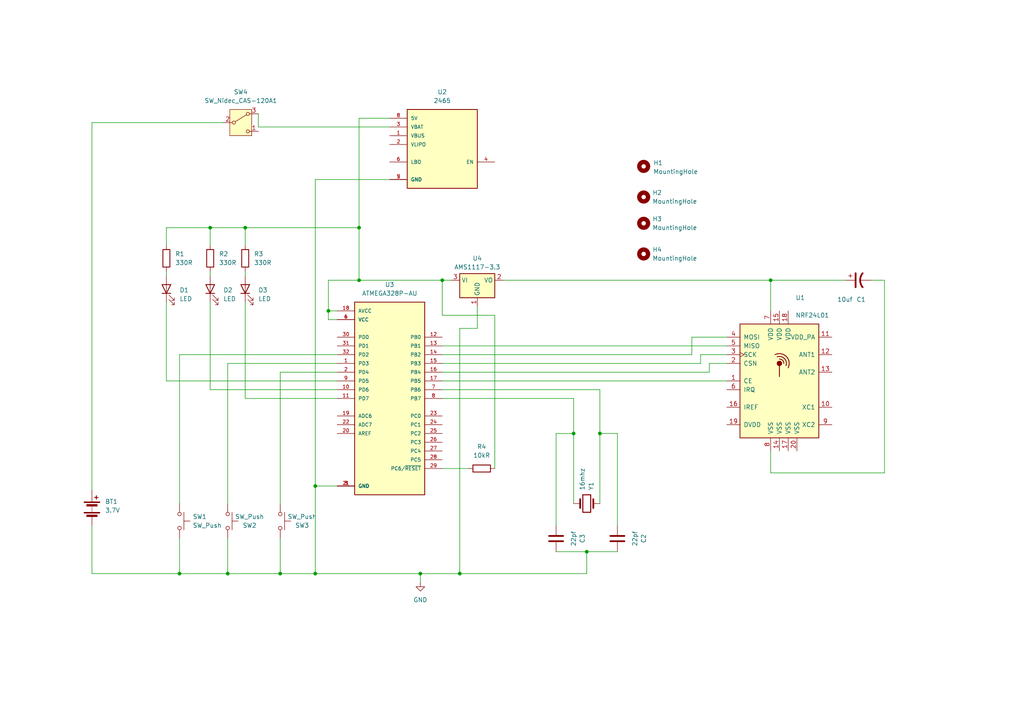
<source format=kicad_sch>
(kicad_sch (version 20250114) (generator "eeschema") (generator_version "9.0")
  (paper "A4")
  (lib_symbols
    (symbol "2465:2465" (pin_names (offset 1.016))
      (property "Reference" "U" (at -10.16 10.795 0))
      (property "Value" "2465" (at -10.16 -15.24 0))
      (symbol "2465_0_0"
        (rectangle (start -10.16 -12.7) (end 10.16 10.16) (stroke (width 0.254)) (fill (type background)))
        (pin input line (at -15.24 -5.08 0) (length 5.08) (name "EN") (number "4"))
        (pin power_in line (at 15.24 7.62 180) (length 5.08) (name "5V") (number "8"))
        (pin power_in line (at 15.24 5.08 180) (length 5.08) (name "VBAT") (number "3"))
        (pin power_in line (at 15.24 2.54 180) (length 5.08) (name "VBUS") (number "1"))
        (pin power_in line (at 15.24 0 180) (length 5.08) (name "VLIPO") (number "2"))
        (pin output line (at 15.24 -5.08 180) (length 5.08) (name "LBO") (number "6"))
        (pin power_in line (at 15.24 -10.16 180) (length 5.08) (name "GND") (number "5"))
        (pin power_in line (at 15.24 -10.16 180) (length 5.08) (name "GND") (number "7"))
      )
    )
    (symbol "ATMEGA328P-AU:ATMEGA328P-AU" (pin_names (offset 1.016))
      (property "Reference" "U" (at -10.1755 29.2546 0))
      (property "Value" "ATMEGA328P-AU" (at -10.1669 -31.7714 0))
      (symbol "ATMEGA328P-AU_0_0"
        (rectangle (start -10.16 -27.94) (end 10.16 27.94) (stroke (width 0.254)) (fill (type background)))
        (pin bidirectional line (at -15.24 17.78 0) (length 5.08) (name "PB0") (number "12"))
        (pin bidirectional line (at -15.24 15.24 0) (length 5.08) (name "PB1") (number "13"))
        (pin bidirectional line (at -15.24 12.7 0) (length 5.08) (name "PB2") (number "14"))
        (pin bidirectional line (at -15.24 10.16 0) (length 5.08) (name "PB3") (number "15"))
        (pin bidirectional line (at -15.24 7.62 0) (length 5.08) (name "PB4") (number "16"))
        (pin bidirectional line (at -15.24 5.08 0) (length 5.08) (name "PB5") (number "17"))
        (pin bidirectional line (at -15.24 2.54 0) (length 5.08) (name "PB6") (number "7"))
        (pin bidirectional line (at -15.24 0 0) (length 5.08) (name "PB7") (number "8"))
        (pin bidirectional line (at -15.24 -5.08 0) (length 5.08) (name "PC0") (number "23"))
        (pin bidirectional line (at -15.24 -7.62 0) (length 5.08) (name "PC1") (number "24"))
        (pin bidirectional line (at -15.24 -10.16 0) (length 5.08) (name "PC2") (number "25"))
        (pin bidirectional line (at -15.24 -12.7 0) (length 5.08) (name "PC3") (number "26"))
        (pin bidirectional line (at -15.24 -15.24 0) (length 5.08) (name "PC4") (number "27"))
        (pin bidirectional line (at -15.24 -17.78 0) (length 5.08) (name "PC5") (number "28"))
        (pin bidirectional line (at -15.24 -20.32 0) (length 5.08) (name "PC6/~{RESET}") (number "29"))
        (pin power_in line (at 15.24 25.4 180) (length 5.08) (name "AVCC") (number "18"))
        (pin power_in line (at 15.24 22.86 180) (length 5.08) (name "VCC") (number "4"))
        (pin power_in line (at 15.24 22.86 180) (length 5.08) (name "VCC") (number "6"))
        (pin bidirectional line (at 15.24 17.78 180) (length 5.08) (name "PD0") (number "30"))
        (pin bidirectional line (at 15.24 15.24 180) (length 5.08) (name "PD1") (number "31"))
        (pin bidirectional line (at 15.24 12.7 180) (length 5.08) (name "PD2") (number "32"))
        (pin bidirectional line (at 15.24 10.16 180) (length 5.08) (name "PD3") (number "1"))
        (pin bidirectional line (at 15.24 7.62 180) (length 5.08) (name "PD4") (number "2"))
        (pin bidirectional line (at 15.24 5.08 180) (length 5.08) (name "PD5") (number "9"))
        (pin bidirectional line (at 15.24 2.54 180) (length 5.08) (name "PD6") (number "10"))
        (pin bidirectional line (at 15.24 0 180) (length 5.08) (name "PD7") (number "11"))
        (pin bidirectional line (at 15.24 -5.08 180) (length 5.08) (name "ADC6") (number "19"))
        (pin bidirectional line (at 15.24 -7.62 180) (length 5.08) (name "ADC7") (number "22"))
        (pin input line (at 15.24 -10.16 180) (length 5.08) (name "AREF") (number "20"))
        (pin power_in line (at 15.24 -25.4 180) (length 5.08) (name "GND") (number "21"))
        (pin power_in line (at 15.24 -25.4 180) (length 5.08) (name "GND") (number "3"))
        (pin power_in line (at 15.24 -25.4 180) (length 5.08) (name "GND") (number "5"))
      )
    )
    (symbol "Device:Battery" (pin_numbers (hide yes)) (pin_names (offset 0) (hide yes))
      (property "Reference" "BT" (at 2.54 2.54 0))
      (property "Value" "Battery" (at 2.54 0 0))
      (symbol "Battery_0_1"
        (rectangle (start -2.286 1.778) (end 2.286 1.524) (fill (type outline)))
        (rectangle (start -2.286 -1.27) (end 2.286 -1.524) (fill (type outline)))
        (rectangle (start -1.524 1.016) (end 1.524 0.508) (fill (type outline)))
        (rectangle (start -1.524 -2.032) (end 1.524 -2.54) (fill (type outline)))
        (polyline (pts (xy 0 1.778) (xy 0 2.54)))
        (polyline (pts (xy 0 0) (xy 0 0.254)))
        (polyline (pts (xy 0 -0.508) (xy 0 -0.254)))
        (polyline (pts (xy 0 -1.016) (xy 0 -0.762)))
        (polyline (pts (xy 0.762 3.048) (xy 1.778 3.048)) (stroke (width 0.254)))
        (polyline (pts (xy 1.27 3.556) (xy 1.27 2.54)) (stroke (width 0.254)))
      )
      (symbol "Battery_1_1"
        (pin passive line (at 0 5.08 270) (length 2.54) (name "+") (number "1"))
        (pin passive line (at 0 -5.08 90) (length 2.54) (name "-") (number "2"))
      )
    )
    (symbol "Device:C" (pin_numbers (hide yes)) (pin_names (offset 0.254))
      (property "Reference" "C" (at 0.635 2.54 0))
      (property "Value" "C" (at 0.635 -2.54 0))
      (symbol "C_0_1"
        (polyline (pts (xy -2.032 0.762) (xy 2.032 0.762)) (stroke (width 0.508)))
        (polyline (pts (xy -2.032 -0.762) (xy 2.032 -0.762)) (stroke (width 0.508)))
      )
      (symbol "C_1_1"
        (pin passive line (at 0 3.81 270) (length 2.794) (name "~") (number "1"))
        (pin passive line (at 0 -3.81 90) (length 2.794) (name "~") (number "2"))
      )
    )
    (symbol "Device:C_Polarized_US" (pin_numbers (hide yes)) (pin_names (offset 0.254) (hide yes))
      (property "Reference" "C" (at 0.635 2.54 0))
      (property "Value" "C_Polarized_US" (at 0.635 -2.54 0))
      (symbol "C_Polarized_US_0_1"
        (polyline (pts (xy -2.032 0.762) (xy 2.032 0.762)) (stroke (width 0.508)))
        (polyline (pts (xy -1.778 2.286) (xy -0.762 2.286)))
        (polyline (pts (xy -1.27 1.778) (xy -1.27 2.794)))
        (arc (start -2.032 -1.27) (mid 0 -0.5572) (end 2.032 -1.27) (stroke (width 0.508)))
      )
      (symbol "C_Polarized_US_1_1"
        (pin passive line (at 0 3.81 270) (length 2.794) (name "~") (number "1"))
        (pin passive line (at 0 -3.81 90) (length 3.302) (name "~") (number "2"))
      )
    )
    (symbol "Device:Crystal" (pin_numbers (hide yes)) (pin_names (offset 1.016) (hide yes))
      (property "Reference" "Y" (at 0 3.81 0))
      (property "Value" "Crystal" (at 0 -3.81 0))
      (symbol "Crystal_0_1"
        (polyline (pts (xy -2.54 0) (xy -1.905 0)))
        (polyline (pts (xy -1.905 -1.27) (xy -1.905 1.27)) (stroke (width 0.508)))
        (rectangle (start -1.143 2.54) (end 1.143 -2.54) (stroke (width 0.3048)))
        (polyline (pts (xy 1.905 -1.27) (xy 1.905 1.27)) (stroke (width 0.508)))
        (polyline (pts (xy 2.54 0) (xy 1.905 0)))
      )
      (symbol "Crystal_1_1"
        (pin passive line (at -3.81 0 0) (length 1.27) (name "1") (number "1"))
        (pin passive line (at 3.81 0 180) (length 1.27) (name "2") (number "2"))
      )
    )
    (symbol "Device:LED" (pin_numbers (hide yes)) (pin_names (offset 1.016) (hide yes))
      (property "Reference" "D" (at 0 2.54 0))
      (property "Value" "LED" (at 0 -2.54 0))
      (symbol "LED_0_1"
        (polyline (pts (xy -3.048 -0.762) (xy -4.572 -2.286) (xy -3.81 -2.286) (xy -4.572 -2.286) (xy -4.572 -1.524)))
        (polyline (pts (xy -1.778 -0.762) (xy -3.302 -2.286) (xy -2.54 -2.286) (xy -3.302 -2.286) (xy -3.302 -1.524)))
        (polyline (pts (xy -1.27 0) (xy 1.27 0)))
        (polyline (pts (xy -1.27 -1.27) (xy -1.27 1.27)) (stroke (width 0.254)))
        (polyline (pts (xy 1.27 -1.27) (xy 1.27 1.27) (xy -1.27 0) (xy 1.27 -1.27)) (stroke (width 0.254)))
      )
      (symbol "LED_1_1"
        (pin passive line (at -3.81 0 0) (length 2.54) (name "K") (number "1"))
        (pin passive line (at 3.81 0 180) (length 2.54) (name "A") (number "2"))
      )
    )
    (symbol "Device:R" (pin_numbers (hide yes)) (pin_names (offset 0))
      (property "Reference" "R" (at 2.032 0 90))
      (property "Value" "R" (at 0 0 90))
      (symbol "R_0_1"
        (rectangle (start -1.016 -2.54) (end 1.016 2.54) (stroke (width 0.254)))
      )
      (symbol "R_1_1"
        (pin passive line (at 0 3.81 270) (length 1.27) (name "~") (number "1"))
        (pin passive line (at 0 -3.81 90) (length 1.27) (name "~") (number "2"))
      )
    )
    (symbol "Mechanical:MountingHole" (pin_names (offset 1.016)) (in_bom no)
      (property "Reference" "H" (at 0 5.08 0))
      (property "Value" "MountingHole" (at 0 3.175 0))
      (symbol "MountingHole_0_1"
        (circle (center 0 0) (radius 1.27) (stroke (width 1.27)))
      )
    )
    (symbol "RF:NRF24L01" (pin_names (offset 1.016))
      (property "Reference" "U" (at -11.43 17.78 0))
      (property "Value" "NRF24L01" (at 5.08 17.78 0))
      (symbol "NRF24L01_0_1"
        (rectangle (start -11.43 16.51) (end 11.43 -16.51) (stroke (width 0.254)) (fill (type background)))
        (arc (start -1.27 7.62) (mid 2.008 7.088) (end 2.54 3.81) (stroke (width 0.254)))
        (circle (center 0 5.08) (radius 0.635) (stroke (width 0.254)) (fill (type outline)))
        (polyline (pts (xy 0 4.445) (xy 0 1.27)) (stroke (width 0.254)))
        (arc (start -0.635 6.985) (mid 1.4383 6.5183) (end 1.905 4.445) (stroke (width 0.254)))
        (arc (start 0 6.35) (mid 0.9108 5.9908) (end 1.27 5.08) (stroke (width 0.254)))
        (rectangle (start 11.43 -13.97) (end 11.43 -13.97))
      )
      (symbol "NRF24L01_1_1"
        (pin input line (at -15.24 12.7 0) (length 3.81) (name "MOSI") (number "4"))
        (pin output line (at -15.24 10.16 0) (length 3.81) (name "MISO") (number "5"))
        (pin input clock (at -15.24 7.62 0) (length 3.81) (name "SCK") (number "3"))
        (pin input line (at -15.24 5.08 0) (length 3.81) (name "CSN") (number "2"))
        (pin input line (at -15.24 0 0) (length 3.81) (name "CE") (number "1"))
        (pin output line (at -15.24 -2.54 0) (length 3.81) (name "IRQ") (number "6"))
        (pin passive line (at -15.24 -7.62 0) (length 3.81) (name "IREF") (number "16"))
        (pin power_out line (at -15.24 -12.7 0) (length 3.81) (name "DVDD") (number "19"))
        (pin power_in line (at -2.54 20.32 270) (length 3.81) (name "VDD") (number "7"))
        (pin power_in line (at -2.54 -20.32 90) (length 3.81) (name "VSS") (number "8"))
        (pin power_in line (at 0 20.32 270) (length 3.81) (name "VDD") (number "15"))
        (pin power_in line (at 0 -20.32 90) (length 3.81) (name "VSS") (number "14"))
        (pin power_in line (at 2.54 20.32 270) (length 3.81) (name "VDD") (number "18"))
        (pin power_in line (at 2.54 -20.32 90) (length 3.81) (name "VSS") (number "17"))
        (pin power_in line (at 5.08 -20.32 90) (length 3.81) (name "VSS") (number "20"))
        (pin power_out line (at 15.24 12.7 180) (length 3.81) (name "VDD_PA") (number "11"))
        (pin passive line (at 15.24 7.62 180) (length 3.81) (name "ANT1") (number "12"))
        (pin passive line (at 15.24 2.54 180) (length 3.81) (name "ANT2") (number "13"))
        (pin passive line (at 15.24 -7.62 180) (length 3.81) (name "XC1") (number "10"))
        (pin passive line (at 15.24 -12.7 180) (length 3.81) (name "XC2") (number "9"))
      )
    )
    (symbol "Regulator_Linear:AMS1117-3.3"
      (property "Reference" "U" (at -3.81 3.175 0))
      (property "Value" "AMS1117-3.3" (at 0 3.175 0))
      (symbol "AMS1117-3.3_0_1"
        (rectangle (start -5.08 -5.08) (end 5.08 1.905) (stroke (width 0.254)) (fill (type background)))
      )
      (symbol "AMS1117-3.3_1_1"
        (pin power_in line (at -7.62 0 0) (length 2.54) (name "VI") (number "3"))
        (pin power_in line (at 0 -7.62 90) (length 2.54) (name "GND") (number "1"))
        (pin power_out line (at 7.62 0 180) (length 2.54) (name "VO") (number "2"))
      )
    )
    (symbol "Switch:SW_Nidec_CAS-120A1" (pin_names (offset 1) (hide yes))
      (property "Reference" "SW" (at 0 4.318 0))
      (property "Value" "SW_Nidec_CAS-120A1" (at 0 -5.08 0))
      (symbol "SW_Nidec_CAS-120A1_0_1"
        (circle (center -2.032 0) (radius 0.4572))
        (polyline (pts (xy -1.651 0.254) (xy 1.651 2.286)))
        (circle (center 2.032 2.54) (radius 0.4572))
        (circle (center 2.032 -2.54) (radius 0.4572))
      )
      (symbol "SW_Nidec_CAS-120A1_1_1"
        (rectangle (start -3.175 3.81) (end 3.175 -3.81) (fill (type background)))
        (pin passive line (at -5.08 0 0) (length 2.54) (name "B") (number "2"))
        (pin passive line (at 5.08 2.54 180) (length 2.54) (name "A") (number "3"))
        (pin passive line (at 5.08 -2.54 180) (length 2.54) (name "C") (number "1"))
      )
    )
    (symbol "Switch:SW_Push" (pin_numbers (hide yes)) (pin_names (offset 1.016) (hide yes))
      (property "Reference" "SW" (at 1.27 2.54 0))
      (property "Value" "SW_Push" (at 0 -1.524 0))
      (symbol "SW_Push_0_1"
        (circle (center -2.032 0) (radius 0.508))
        (polyline (pts (xy 0 1.27) (xy 0 3.048)))
        (circle (center 2.032 0) (radius 0.508))
        (polyline (pts (xy 2.54 1.27) (xy -2.54 1.27)))
        (pin passive line (at -5.08 0 0) (length 2.54) (name "1") (number "1"))
        (pin passive line (at 5.08 0 180) (length 2.54) (name "2") (number "2"))
      )
    )
    (symbol "power:GND" (power) (pin_numbers (hide yes)) (pin_names (offset 0) (hide yes))
      (property "Value" "GND" (at 0 -3.81 0))
      (symbol "GND_0_1"
        (polyline (pts (xy 0 0) (xy 0 -1.27) (xy 1.27 -1.27) (xy 0 -2.54) (xy -1.27 -1.27) (xy 0 -1.27)))
      )
      (symbol "GND_1_1"
        (pin power_in line (at 0 0 270) (length 0) (name "~") (number "1"))
      )
    )
  )
  (junction (at 121.92 166.37))
  (junction (at 91.44 166.37))
  (junction (at 66.04 166.37))
  (junction (at 104.14 81.28))
  (junction (at 81.28 166.37))
  (junction (at 128.27 81.28))
  (junction (at 60.96 66.04))
  (junction (at 95.25 90.17))
  (junction (at 166.37 125.73))
  (junction (at 170.18 160.02))
  (junction (at 71.12 66.04))
  (junction (at 91.44 140.97))
  (junction (at 173.99 125.73))
  (junction (at 133.35 166.37))
  (junction (at 104.14 66.04))
  (junction (at 52.07 166.37))
  (junction (at 223.52 81.28))
  (wire (pts (xy 121.92 168.91) (xy 121.92 166.37)))
  (wire (pts (xy 179.07 152.4) (xy 179.07 125.73)))
  (wire (pts (xy 133.35 95.25) (xy 133.35 166.37)))
  (wire (pts (xy 60.96 66.04) (xy 60.96 71.12)))
  (wire (pts (xy 121.92 166.37) (xy 91.44 166.37)))
  (wire (pts (xy 128.27 110.49) (xy 210.82 110.49)))
  (wire (pts (xy 48.26 78.74) (xy 48.26 80.01)))
  (wire (pts (xy 143.51 135.89) (xy 143.51 91.44)))
  (wire (pts (xy 91.44 52.07) (xy 91.44 140.97)))
  (wire (pts (xy 223.52 81.28) (xy 245.11 81.28)))
  (wire (pts (xy 95.25 90.17) (xy 95.25 81.28)))
  (wire (pts (xy 138.43 88.9) (xy 138.43 95.25)))
  (wire (pts (xy 128.27 113.03) (xy 173.99 113.03)))
  (wire (pts (xy 48.26 66.04) (xy 48.26 71.12)))
  (wire (pts (xy 173.99 113.03) (xy 173.99 125.73)))
  (wire (pts (xy 128.27 115.57) (xy 166.37 115.57)))
  (wire (pts (xy 95.25 81.28) (xy 104.14 81.28)))
  (wire (pts (xy 71.12 78.74) (xy 71.12 80.01)))
  (wire (pts (xy 48.26 110.49) (xy 97.79 110.49)))
  (wire (pts (xy 97.79 92.71) (xy 95.25 92.71)))
  (wire (pts (xy 170.18 160.02) (xy 170.18 166.37)))
  (wire (pts (xy 223.52 130.81) (xy 223.52 137.16)))
  (wire (pts (xy 91.44 140.97) (xy 91.44 166.37)))
  (wire (pts (xy 203.2 102.87) (xy 203.2 105.41)))
  (wire (pts (xy 223.52 81.28) (xy 223.52 90.17)))
  (wire (pts (xy 173.99 125.73) (xy 173.99 146.05)))
  (wire (pts (xy 66.04 166.37) (xy 81.28 166.37)))
  (wire (pts (xy 210.82 105.41) (xy 205.74 105.41)))
  (wire (pts (xy 74.93 36.83) (xy 74.93 33.02)))
  (wire (pts (xy 104.14 66.04) (xy 104.14 81.28)))
  (wire (pts (xy 97.79 115.57) (xy 71.12 115.57)))
  (wire (pts (xy 60.96 66.04) (xy 71.12 66.04)))
  (wire (pts (xy 104.14 34.29) (xy 104.14 66.04)))
  (wire (pts (xy 52.07 156.21) (xy 52.07 166.37)))
  (wire (pts (xy 128.27 100.33) (xy 210.82 100.33)))
  (wire (pts (xy 52.07 102.87) (xy 97.79 102.87)))
  (wire (pts (xy 71.12 66.04) (xy 71.12 71.12)))
  (wire (pts (xy 179.07 160.02) (xy 170.18 160.02)))
  (wire (pts (xy 81.28 107.95) (xy 81.28 146.05)))
  (wire (pts (xy 95.25 90.17) (xy 97.79 90.17)))
  (wire (pts (xy 52.07 102.87) (xy 52.07 146.05)))
  (wire (pts (xy 143.51 91.44) (xy 128.27 91.44)))
  (wire (pts (xy 256.54 137.16) (xy 223.52 137.16)))
  (wire (pts (xy 26.67 35.56) (xy 64.77 35.56)))
  (wire (pts (xy 95.25 90.17) (xy 95.25 92.71)))
  (wire (pts (xy 179.07 125.73) (xy 173.99 125.73)))
  (wire (pts (xy 26.67 166.37) (xy 52.07 166.37)))
  (wire (pts (xy 81.28 107.95) (xy 97.79 107.95)))
  (wire (pts (xy 203.2 105.41) (xy 128.27 105.41)))
  (wire (pts (xy 133.35 166.37) (xy 121.92 166.37)))
  (wire (pts (xy 256.54 81.28) (xy 256.54 137.16)))
  (wire (pts (xy 166.37 146.05) (xy 166.37 125.73)))
  (wire (pts (xy 113.03 34.29) (xy 104.14 34.29)))
  (wire (pts (xy 71.12 66.04) (xy 104.14 66.04)))
  (wire (pts (xy 66.04 105.41) (xy 97.79 105.41)))
  (wire (pts (xy 60.96 78.74) (xy 60.96 80.01)))
  (wire (pts (xy 170.18 160.02) (xy 161.29 160.02)))
  (wire (pts (xy 138.43 95.25) (xy 133.35 95.25)))
  (wire (pts (xy 74.93 36.83) (xy 113.03 36.83)))
  (wire (pts (xy 205.74 105.41) (xy 205.74 107.95)))
  (wire (pts (xy 26.67 166.37) (xy 26.67 152.4)))
  (wire (pts (xy 161.29 125.73) (xy 166.37 125.73)))
  (wire (pts (xy 104.14 81.28) (xy 128.27 81.28)))
  (wire (pts (xy 66.04 105.41) (xy 66.04 146.05)))
  (wire (pts (xy 128.27 135.89) (xy 135.89 135.89)))
  (wire (pts (xy 161.29 125.73) (xy 161.29 152.4)))
  (wire (pts (xy 113.03 52.07) (xy 91.44 52.07)))
  (wire (pts (xy 81.28 166.37) (xy 91.44 166.37)))
  (wire (pts (xy 26.67 142.24) (xy 26.67 35.56)))
  (wire (pts (xy 66.04 156.21) (xy 66.04 166.37)))
  (wire (pts (xy 128.27 107.95) (xy 205.74 107.95)))
  (wire (pts (xy 210.82 97.79) (xy 200.66 97.79)))
  (wire (pts (xy 200.66 97.79) (xy 200.66 102.87)))
  (wire (pts (xy 128.27 81.28) (xy 130.81 81.28)))
  (wire (pts (xy 81.28 156.21) (xy 81.28 166.37)))
  (wire (pts (xy 91.44 140.97) (xy 97.79 140.97)))
  (wire (pts (xy 128.27 102.87) (xy 200.66 102.87)))
  (wire (pts (xy 133.35 166.37) (xy 170.18 166.37)))
  (wire (pts (xy 166.37 115.57) (xy 166.37 125.73)))
  (wire (pts (xy 48.26 66.04) (xy 60.96 66.04)))
  (wire (pts (xy 52.07 166.37) (xy 66.04 166.37)))
  (wire (pts (xy 60.96 113.03) (xy 97.79 113.03)))
  (wire (pts (xy 71.12 87.63) (xy 71.12 115.57)))
  (wire (pts (xy 48.26 87.63) (xy 48.26 110.49)))
  (wire (pts (xy 252.73 81.28) (xy 256.54 81.28)))
  (wire (pts (xy 210.82 102.87) (xy 203.2 102.87)))
  (wire (pts (xy 146.05 81.28) (xy 223.52 81.28)))
  (wire (pts (xy 60.96 87.63) (xy 60.96 113.03)))
  (wire (pts (xy 128.27 81.28) (xy 128.27 91.44)))
  (symbol (lib_id "Switch:SW_Push") (at 66.04 151.13 270) (unit 1)
    (property "Reference" "SW2" (at 72.39 152.4 90))
    (property "Value" "SW_Push" (at 72.39 149.86 90))
    (property "Footprint" "Button_Switch_SMD:SW_Push_1P1T_NO_CK_KMR2" (effects (hide yes)))
    (property "Description" "Push button switch, generic, two pins" (effects (hide yes)))
  )
  (symbol (lib_id "Mechanical:MountingHole") (at 186.69 57.15 0) (unit 1) (in_bom no)
    (property "Reference" "H2" (at 189.23 55.8799 0) (effects (justify left)))
    (property "Value" "MountingHole" (at 189.23 58.4199 0) (effects (justify left)))
    (property "Footprint" "MountingHole:MountingHole_2.1mm" (effects (hide yes)))
    (property "Description" "Mounting Hole without connection" (effects (hide yes)))
  )
  (symbol (lib_id "Device:C") (at 161.29 156.21 0) (mirror y) (unit 1)
    (property "Reference" "C3" (at 168.91 156.21 90))
    (property "Value" "22pf" (at 166.37 156.21 90))
    (property "Footprint" "Capacitor_SMD:C_0201_0603Metric" (effects (hide yes)))
    (property "Description" "Unpolarized capacitor" (effects (hide yes)))
  )
  (symbol (lib_id "Device:R") (at 71.12 74.93 0) (unit 1)
    (property "Reference" "R3" (at 73.66 73.6599 0) (effects (justify left)))
    (property "Value" "330R" (at 73.66 76.1999 0) (effects (justify left)))
    (property "Footprint" "Resistor_SMD:R_0201_0603Metric" (effects (hide yes)))
    (property "Description" "Resistor" (effects (hide yes)))
  )
  (symbol (lib_id "Mechanical:MountingHole") (at 186.69 73.66 0) (unit 1) (in_bom no)
    (property "Reference" "H4" (at 189.23 72.3899 0) (effects (justify left)))
    (property "Value" "MountingHole" (at 189.23 74.9299 0) (effects (justify left)))
    (property "Footprint" "MountingHole:MountingHole_2.1mm" (effects (hide yes)))
    (property "Description" "Mounting Hole without connection" (effects (hide yes)))
  )
  (symbol (lib_id "Mechanical:MountingHole") (at 186.69 48.26 0) (unit 1) (in_bom no)
    (property "Reference" "H1" (at 189.484 47.244 0) (effects (justify left)))
    (property "Value" "MountingHole" (at 189.484 49.784 0) (effects (justify left)))
    (property "Footprint" "MountingHole:MountingHole_2.1mm" (effects (hide yes)))
    (property "Description" "Mounting Hole without connection" (effects (hide yes)))
  )
  (symbol (lib_id "power:GND") (at 121.92 168.91 0) (unit 1)
    (property "Reference" "#PWR01" (effects (hide yes)))
    (property "Value" "GND" (at 121.92 173.99 0))
    (property "Description" "Power symbol creates a global label with name \"GND\" , ground" (effects (hide yes)))
  )
  (symbol (lib_id "Switch:SW_Push") (at 81.28 151.13 270) (unit 1)
    (property "Reference" "SW3" (at 87.63 152.4 90))
    (property "Value" "SW_Push" (at 87.63 149.86 90))
    (property "Footprint" "Button_Switch_SMD:SW_Push_1P1T_NO_CK_KMR2" (effects (hide yes)))
    (property "Description" "Push button switch, generic, two pins" (effects (hide yes)))
  )
  (symbol (lib_id "Device:C_Polarized_US") (at 248.92 81.28 90) (mirror x) (unit 1)
    (property "Reference" "C1" (at 248.412 86.868 90) (effects (justify right)))
    (property "Value" "10uf" (at 242.824 86.868 90) (effects (justify right)))
    (property "Footprint" "Capacitor_SMD:C_0201_0603Metric" (effects (hide yes)))
    (property "Description" "Polarized capacitor, US symbol" (effects (hide yes)))
  )
  (symbol (lib_id "Device:Crystal") (at 170.18 146.05 0) (mirror x) (unit 1)
    (property "Reference" "Y1" (at 171.4501 142.24 90) (effects (justify right)))
    (property "Value" "16mhz" (at 168.9101 142.24 90) (effects (justify right)))
    (property "Footprint" "Crystal:Crystal_SMD_Abracon_ABM7-2Pin_6.0x3.5mm" (effects (hide yes)))
    (property "Description" "Two pin crystal" (effects (hide yes)))
  )
  (symbol (lib_id "Switch:SW_Nidec_CAS-120A1") (at 69.85 35.56 0) (unit 1)
    (property "Reference" "SW4" (at 69.85 26.67 0))
    (property "Value" "SW_Nidec_CAS-120A1" (at 69.85 29.21 0))
    (property "Footprint" "Button_Switch_SMD:Nidec_Copal_CAS-120A" (effects (hide yes)))
    (property "Datasheet" "https://www.nidec-components.com/e/catalog/switch/cas.pdf" (effects (hide yes)))
    (property "Description" "Switch, single pole double throw" (effects (hide yes)))
  )
  (symbol (lib_id "Mechanical:MountingHole") (at 186.69 64.77 0) (unit 1) (in_bom no)
    (property "Reference" "H3" (at 189.23 63.4999 0) (effects (justify left)))
    (property "Value" "MountingHole" (at 189.23 66.0399 0) (effects (justify left)))
    (property "Footprint" "MountingHole:MountingHole_2.1mm" (effects (hide yes)))
    (property "Description" "Mounting Hole without connection" (effects (hide yes)))
  )
  (symbol (lib_id "Switch:SW_Push") (at 52.07 151.13 270) (unit 1)
    (property "Reference" "SW1" (at 55.88 149.8599 90) (effects (justify left)))
    (property "Value" "SW_Push" (at 55.88 152.3999 90) (effects (justify left)))
    (property "Footprint" "Button_Switch_SMD:SW_Push_1P1T_NO_CK_KMR2" (effects (hide yes)))
    (property "Description" "Push button switch, generic, two pins" (effects (hide yes)))
  )
  (symbol (lib_id "Device:LED") (at 71.12 83.82 90) (unit 1)
    (property "Reference" "D3" (at 74.93 84.1374 90) (effects (justify right)))
    (property "Value" "LED" (at 74.93 86.6774 90) (effects (justify right)))
    (property "Footprint" "LED_SMD:LED_1206_3216Metric" (effects (hide yes)))
    (property "Description" "Light emitting diode" (effects (hide yes)))
    (property "Sim.Pins" "1=K 2=A" (effects (hide yes)))
  )
  (symbol (lib_id "2465:2465") (at 128.27 41.91 0) (mirror y) (unit 1)
    (property "Reference" "U2" (at 128.27 26.67 0))
    (property "Value" "2465" (at 128.27 29.21 0))
    (property "Footprint" "2465:MODULE_2465" (effects (hide yes)))
    (property "MF" "Adafruit Industries" (effects (hide yes)))
    (property "MAXIMUM_PACKAGE_HEIGHT" "10.16 mm" (effects (hide yes)))
    (property "Package" "NON-STANDARD-29 ADAFRUIT" (effects (hide yes)))
    (property "Price" "None" (effects (hide yes)))
    (property "Check_prices" "https://www.snapeda.com/parts/2465/Adafruit+Industries/view-part/?ref=eda" (effects (hide yes)))
    (property "STANDARD" "Manufacturer Recommendations" (effects (hide yes)))
    (property "PARTREV" "B" (effects (hide yes)))
    (property "SnapEDA_Link" "https://www.snapeda.com/parts/2465/Adafruit+Industries/view-part/?ref=snap" (effects (hide yes)))
    (property "MP" "2465" (effects (hide yes)))
    (property "Description_1" "PowerBoost 1000 Charger - Rechargeable 5V Lipo USB Boost at 1A - 1000C" (effects (hide yes)))
    (property "Availability" "In Stock" (effects (hide yes)))
    (property "MANUFACTURER" "Adafruit" (effects (hide yes)))
  )
  (symbol (lib_id "Regulator_Linear:AMS1117-3.3") (at 138.43 81.28 0) (unit 1)
    (property "Reference" "U4" (at 138.43 74.93 0))
    (property "Value" "AMS1117-3.3" (at 138.43 77.47 0))
    (property "Footprint" "Package_TO_SOT_SMD:SOT-223-3_TabPin2" (effects (hide yes)))
    (property "Datasheet" "http://www.advanced-monolithic.com/pdf/ds1117.pdf" (effects (hide yes)))
    (property "Description" "1A Low Dropout regulator, positive, 3.3V fixed output, SOT-223" (effects (hide yes)))
  )
  (symbol (lib_id "Device:LED") (at 60.96 83.82 90) (unit 1)
    (property "Reference" "D2" (at 64.77 84.1374 90) (effects (justify right)))
    (property "Value" "LED" (at 64.77 86.6774 90) (effects (justify right)))
    (property "Footprint" "LED_SMD:LED_1206_3216Metric" (effects (hide yes)))
    (property "Description" "Light emitting diode" (effects (hide yes)))
    (property "Sim.Pins" "1=K 2=A" (effects (hide yes)))
  )
  (symbol (lib_id "Device:R") (at 48.26 74.93 0) (unit 1)
    (property "Reference" "R1" (at 50.8 73.6599 0) (effects (justify left)))
    (property "Value" "330R" (at 50.8 76.1999 0) (effects (justify left)))
    (property "Footprint" "Resistor_SMD:R_0201_0603Metric" (effects (hide yes)))
    (property "Description" "Resistor" (effects (hide yes)))
  )
  (symbol (lib_id "Device:Battery") (at 26.67 147.32 0) (unit 1)
    (property "Reference" "BT1" (at 30.48 145.4784 0) (effects (justify left)))
    (property "Value" "3.7V" (at 30.48 148.0184 0) (effects (justify left)))
    (property "Footprint" "Battery:BatteryHolder_Keystone_1042_1x18650" (effects (hide yes)))
    (property "Description" "Multiple-cell battery" (effects (hide yes)))
  )
  (symbol (lib_id "ATMEGA328P-AU:ATMEGA328P-AU") (at 113.03 115.57 0) (mirror y) (unit 1)
    (property "Reference" "U3" (at 113.03 82.55 0))
    (property "Value" "ATMEGA328P-AU" (at 113.03 85.09 0))
    (property "Footprint" "ATMEGA328P-AU:QFP80P900X900X120-32N" (effects (hide yes)))
    (property "MF" "Microchip Technology" (effects (hide yes)))
    (property "MAXIMUM_PACKAGE_HEIGHT" "1.20mm" (effects (hide yes)))
    (property "Package" "TQFP-32 Microchip" (effects (hide yes)))
    (property "Price" "None" (effects (hide yes)))
    (property "Check_prices" "https://www.snapeda.com/parts/ATMEGA328P-AU/Microchip/view-part/?ref=eda" (effects (hide yes)))
    (property "STANDARD" "IPC-7351B" (effects (hide yes)))
    (property "PARTREV" "8271A" (effects (hide yes)))
    (property "SnapEDA_Link" "https://www.snapeda.com/parts/ATMEGA328P-AU/Microchip/view-part/?ref=snap" (effects (hide yes)))
    (property "MP" "ATMEGA328P-AU" (effects (hide yes)))
    (property "Description_1" "AVR AVR® ATmega Microcontroller IC 8-Bit 20MHz 32KB (16K x 16) FLASH 32-TQFP (7x7)" (effects (hide yes)))
    (property "Availability" "In Stock" (effects (hide yes)))
    (property "MANUFACTURER" "Microchip" (effects (hide yes)))
  )
  (symbol (lib_id "Device:R") (at 139.7 135.89 270) (unit 1)
    (property "Reference" "R4" (at 139.7 129.54 90))
    (property "Value" "10kR" (at 139.7 132.08 90))
    (property "Footprint" "Resistor_SMD:R_0201_0603Metric" (effects (hide yes)))
    (property "Description" "Resistor" (effects (hide yes)))
  )
  (symbol (lib_id "RF:NRF24L01") (at 226.06 110.49 0) (unit 1)
    (property "Reference" "U1" (at 230.7433 86.36 0) (effects (justify left)))
    (property "Value" "NRF24L01" (at 230.7433 91.44 0) (effects (justify left)))
    (property "Footprint" "Package_DFN_QFN:QFN-20-1EP_4x4mm_P0.5mm_EP2.5x2.5mm" (effects (hide yes)))
    (property "Datasheet" "http://www.nordicsemi.com/eng/content/download/2730/34105/file/nRF24L01_Product_Specification_v2_0.pdf" (effects (hide yes)))
    (property "Description" "Ultra low power 2.4GHz RF Transceiver, QFN-20" (effects (hide yes)))
  )
  (symbol (lib_id "Device:C") (at 179.07 156.21 0) (mirror y) (unit 1)
    (property "Reference" "C2" (at 186.69 156.21 90))
    (property "Value" "22pf" (at 184.15 156.21 90))
    (property "Footprint" "Capacitor_SMD:C_0201_0603Metric" (effects (hide yes)))
    (property "Description" "Unpolarized capacitor" (effects (hide yes)))
  )
  (symbol (lib_id "Device:R") (at 60.96 74.93 0) (unit 1)
    (property "Reference" "R2" (at 63.5 73.6599 0) (effects (justify left)))
    (property "Value" "330R" (at 63.5 76.1999 0) (effects (justify left)))
    (property "Footprint" "Resistor_SMD:R_0201_0603Metric" (effects (hide yes)))
    (property "Description" "Resistor" (effects (hide yes)))
  )
  (symbol (lib_id "Device:LED") (at 48.26 83.82 90) (unit 1)
    (property "Reference" "D1" (at 52.07 84.1374 90) (effects (justify right)))
    (property "Value" "LED" (at 52.07 86.6774 90) (effects (justify right)))
    (property "Footprint" "LED_SMD:LED_1206_3216Metric" (effects (hide yes)))
    (property "Description" "Light emitting diode" (effects (hide yes)))
    (property "Sim.Pins" "1=K 2=A" (effects (hide yes)))
  )
)
</source>
